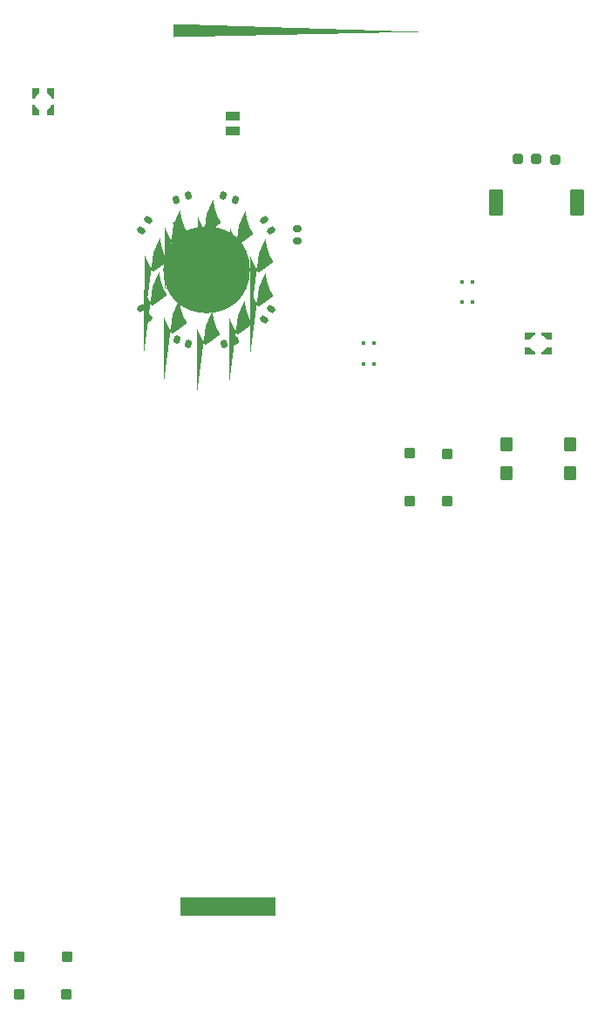
<source format=gts>
%TF.GenerationSoftware,KiCad,Pcbnew,9.0.3*%
%TF.CreationDate,2025-08-10T01:48:50+03:00*%
%TF.ProjectId,Right,52696768-742e-46b6-9963-61645f706362,rev?*%
%TF.SameCoordinates,Original*%
%TF.FileFunction,Soldermask,Top*%
%TF.FilePolarity,Negative*%
%FSLAX46Y46*%
G04 Gerber Fmt 4.6, Leading zero omitted, Abs format (unit mm)*
G04 Created by KiCad (PCBNEW 9.0.3) date 2025-08-10 01:48:50*
%MOMM*%
%LPD*%
G01*
G04 APERTURE LIST*
G04 Aperture macros list*
%AMRoundRect*
0 Rectangle with rounded corners*
0 $1 Rounding radius*
0 $2 $3 $4 $5 $6 $7 $8 $9 X,Y pos of 4 corners*
0 Add a 4 corners polygon primitive as box body*
4,1,4,$2,$3,$4,$5,$6,$7,$8,$9,$2,$3,0*
0 Add four circle primitives for the rounded corners*
1,1,$1+$1,$2,$3*
1,1,$1+$1,$4,$5*
1,1,$1+$1,$6,$7*
1,1,$1+$1,$8,$9*
0 Add four rect primitives between the rounded corners*
20,1,$1+$1,$2,$3,$4,$5,0*
20,1,$1+$1,$4,$5,$6,$7,0*
20,1,$1+$1,$6,$7,$8,$9,0*
20,1,$1+$1,$8,$9,$2,$3,0*%
%AMFreePoly0*
4,1,7,0.150000,0.330000,0.150000,-0.365000,-0.150000,-0.365000,-0.150000,0.330000,-0.050000,0.370000,0.050000,0.370000,0.150000,0.330000,0.150000,0.330000,$1*%
%AMFreePoly1*
4,1,7,0.150000,-0.275000,0.050000,-0.315000,-0.050000,-0.315000,-0.150000,-0.275000,-0.150000,0.300000,0.150000,0.300000,0.150000,-0.275000,0.150000,-0.275000,$1*%
%AMFreePoly2*
4,1,72,0.663536,1.453536,0.664990,1.450312,0.674986,1.290376,0.684974,1.180502,0.694961,1.090620,0.704950,1.010707,0.714943,0.940757,0.734918,0.820906,0.764878,0.671101,0.824807,0.431389,0.834743,0.401581,0.834851,0.401213,0.844807,0.361389,0.934706,0.091692,0.964677,0.011772,1.004608,-0.088058,1.034593,-0.158023,1.074525,-0.247870,1.184421,-0.467662,1.234361,-0.557554,
1.274329,-0.627498,1.334250,-0.727365,1.404218,-0.837317,1.405000,-0.840001,1.405000,-0.860000,1.403536,-0.863536,1.402936,-0.864047,-0.017064,-1.894047,-0.020786,-1.894938,-0.024047,-1.892936,-0.094096,-1.792867,-0.094218,-1.792684,-0.164258,-1.682620,-0.244258,-1.552620,-0.244341,-1.552480,-0.324341,-1.412481,-0.384389,-1.302394,-0.384472,-1.302236,-0.524472,-1.022236,-0.524569,-1.022031,
-0.564525,-0.932131,-0.574472,-0.912236,-0.574596,-0.911970,-0.634596,-0.771971,-0.634642,-0.771857,-0.694683,-0.621756,-0.724682,-0.541756,-0.784714,-0.371664,-0.824743,-0.251582,-0.824789,-0.251437,-0.854808,-0.151375,-0.894808,-0.011374,-0.894852,-0.011213,-0.954851,0.228787,-0.954893,0.228971,-0.994893,0.418970,-1.024932,0.579178,-1.044932,0.699179,-1.044950,0.699293,-1.054950,0.769293,
-1.074969,0.929448,-1.084969,1.019448,-1.084984,1.019585,-1.094983,1.139584,-1.104990,1.279688,-1.114990,1.439688,-1.115000,1.440000,-1.115000,1.450000,-1.113536,1.453535,-1.110000,1.455000,0.660000,1.455000,0.663536,1.453536,0.663536,1.453536,$1*%
%AMFreePoly3*
4,1,18,0.303536,0.288536,0.305000,0.285000,0.305000,-0.285000,0.303536,-0.288536,0.302883,-0.289085,0.133380,-0.408734,0.004109,-0.557891,-0.085642,-0.717451,-0.088652,-0.719815,-0.090000,-0.720000,-0.300000,-0.720000,-0.303536,-0.718536,-0.305000,-0.715000,-0.305000,0.285000,-0.303536,0.288536,-0.300000,0.290000,0.300000,0.290000,0.303536,0.288536,0.303536,0.288536,$1*%
%AMFreePoly4*
4,1,18,0.303536,0.283536,0.305000,0.280000,0.305000,-0.720000,0.303536,-0.723536,0.300125,-0.724998,0.100125,-0.729998,0.096554,-0.728623,0.095554,-0.727287,0.005843,-0.552850,-0.113359,-0.418746,-0.302896,-0.284076,-0.304930,-0.280834,-0.305000,-0.280000,-0.305000,0.280000,-0.303536,0.283536,-0.300000,0.285000,0.300000,0.285000,0.303536,0.283536,0.303536,0.283536,$1*%
G04 Aperture macros list end*
%ADD10C,0.100000*%
%ADD11RoundRect,0.120000X0.480000X0.580000X-0.480000X0.580000X-0.480000X-0.580000X0.480000X-0.580000X0*%
%ADD12RoundRect,0.138889X-0.361111X0.361111X-0.361111X-0.361111X0.361111X-0.361111X0.361111X0.361111X0*%
%ADD13FreePoly0,0.000000*%
%ADD14FreePoly1,0.000000*%
%ADD15RoundRect,0.100000X-0.100000X-0.100000X0.100000X-0.100000X0.100000X0.100000X-0.100000X0.100000X0*%
%ADD16RoundRect,0.150000X0.065404X0.284117X-0.219913X0.191412X-0.065404X-0.284117X0.219913X-0.191412X0*%
%ADD17RoundRect,0.150000X-0.223220X-0.187544X0.060436X-0.285215X0.223220X0.187544X-0.060436X0.285215X0*%
%ADD18RoundRect,0.150000X-0.290824X-0.020521X-0.118752X-0.266267X0.290824X0.020521X0.118752X0.266267X0*%
%ADD19RoundRect,0.150000X-0.060436X-0.285215X0.223220X-0.187544X0.060436X0.285215X-0.223220X0.187544X0*%
%ADD20FreePoly2,324.000000*%
%ADD21FreePoly2,288.000000*%
%ADD22FreePoly2,252.000000*%
%ADD23FreePoly2,216.000000*%
%ADD24FreePoly2,180.000000*%
%ADD25FreePoly2,144.000000*%
%ADD26FreePoly2,108.000000*%
%ADD27FreePoly2,72.000000*%
%ADD28FreePoly2,36.000000*%
%ADD29FreePoly2,0.000000*%
%ADD30C,0.858836*%
%ADD31C,8.420022*%
%ADD32RoundRect,0.150000X0.219913X0.191412X-0.065404X0.284117X-0.219913X-0.191412X0.065404X-0.284117X0*%
%ADD33RoundRect,0.080000X-0.620000X0.320000X-0.620000X-0.320000X0.620000X-0.320000X0.620000X0.320000X0*%
%ADD34RoundRect,0.150000X0.290422X0.025594X0.114086X0.268299X-0.290422X-0.025594X-0.114086X-0.268299X0*%
%ADD35FreePoly3,270.000000*%
%ADD36FreePoly4,90.000000*%
%ADD37FreePoly3,90.000000*%
%ADD38FreePoly4,270.000000*%
%ADD39RoundRect,0.150000X0.250000X-0.150000X0.250000X0.150000X-0.250000X0.150000X-0.250000X-0.150000X0*%
%ADD40RoundRect,0.140000X0.560000X1.160000X-0.560000X1.160000X-0.560000X-1.160000X0.560000X-1.160000X0*%
%ADD41RoundRect,0.178571X0.321429X0.321429X-0.321429X0.321429X-0.321429X-0.321429X0.321429X-0.321429X0*%
%ADD42RoundRect,0.150000X-0.114086X0.268299X-0.290422X0.025594X0.114086X-0.268299X0.290422X-0.025594X0*%
%ADD43FreePoly4,0.000000*%
%ADD44FreePoly3,0.000000*%
%ADD45FreePoly4,180.000000*%
%ADD46FreePoly3,180.000000*%
%ADD47RoundRect,0.150000X0.118752X-0.266267X0.290824X-0.020521X-0.118752X0.266267X-0.290824X0.020521X0*%
%ADD48RoundRect,0.138889X-0.361111X-0.361111X0.361111X-0.361111X0.361111X0.361111X-0.361111X0.361111X0*%
G04 APERTURE END LIST*
D10*
%TO.C,J1*%
X119580000Y-180420000D02*
X110480000Y-180420000D01*
X110480000Y-178720000D01*
X119580000Y-178720000D01*
X119580000Y-180420000D01*
G36*
X119580000Y-180420000D02*
G01*
X110480000Y-180420000D01*
X110480000Y-178720000D01*
X119580000Y-178720000D01*
X119580000Y-180420000D01*
G37*
%TD*%
D11*
%TO.C,SW6*%
X148340000Y-137570000D03*
X148340000Y-134780000D03*
X142110000Y-137550000D03*
X142110000Y-134790000D03*
%TD*%
D12*
%TO.C,SW3*%
X99435000Y-184435000D03*
X94825000Y-184455000D03*
X99415000Y-188075000D03*
X94825000Y-188115000D03*
%TD*%
D13*
%TO.C,J1*%
X110830000Y-179930000D03*
D14*
X111080000Y-179180000D03*
D13*
X111324118Y-179930000D03*
D14*
X111573750Y-179180000D03*
D13*
X111818235Y-179930000D03*
D14*
X112067500Y-179180000D03*
D13*
X112312353Y-179930000D03*
D14*
X112561250Y-179180000D03*
D13*
X112806471Y-179930000D03*
D14*
X113055000Y-179180000D03*
D13*
X113300588Y-179930000D03*
D14*
X113548750Y-179180000D03*
D13*
X113794706Y-179930000D03*
D14*
X114042500Y-179180000D03*
D13*
X114288824Y-179930000D03*
D14*
X114536250Y-179180000D03*
D13*
X114782941Y-179930000D03*
D14*
X115030000Y-179180000D03*
D13*
X115277059Y-179930000D03*
D14*
X115523750Y-179180000D03*
D13*
X115771176Y-179930000D03*
D14*
X116017500Y-179180000D03*
D13*
X116265294Y-179930000D03*
D14*
X116511250Y-179180000D03*
D13*
X116759412Y-179930000D03*
D14*
X117005000Y-179180000D03*
D13*
X117253529Y-179930000D03*
D14*
X117498750Y-179180000D03*
D13*
X117747647Y-179930000D03*
D14*
X117992500Y-179180000D03*
D13*
X118241765Y-179930000D03*
D14*
X118486250Y-179180000D03*
D13*
X118735882Y-179930000D03*
D14*
X118980000Y-179180000D03*
D13*
X119230000Y-179930000D03*
%TD*%
D15*
%TO.C,U1*%
X128250000Y-124950000D03*
X128250000Y-126950000D03*
X129250000Y-124950000D03*
X129250000Y-126950000D03*
%TD*%
D16*
%TO.C,R6*%
X115830634Y-124654590D03*
X114679856Y-125028500D03*
%TD*%
D17*
%TO.C,R3*%
X114652689Y-110644659D03*
X115796766Y-111038597D03*
%TD*%
D18*
%TO.C,R4*%
X118615854Y-113018509D03*
X119309882Y-114009683D03*
%TD*%
D19*
%TO.C,R2*%
X110052689Y-111065341D03*
X111196766Y-110671403D03*
%TD*%
D20*
%TO.C,SW1*%
X107820000Y-116120000D03*
D21*
X109790000Y-113440000D03*
D22*
X112980000Y-112430000D03*
D23*
X116140000Y-113480000D03*
D24*
X118080000Y-116180000D03*
D25*
X118060000Y-119520000D03*
D26*
X116080000Y-122200000D03*
D27*
X112910000Y-123210000D03*
D28*
X109740000Y-122160000D03*
D29*
X107800000Y-119450000D03*
D30*
X109310000Y-117820000D03*
D31*
X112970000Y-117830000D03*
%TD*%
D32*
%TO.C,R7*%
X111250634Y-124995410D03*
X110099856Y-124621500D03*
%TD*%
D33*
%TO.C,BT1*%
X115525000Y-102950000D03*
X115525000Y-104350000D03*
%TD*%
D15*
%TO.C,U2*%
X137800000Y-118975000D03*
X137800000Y-120975000D03*
X138800000Y-118975000D03*
X138800000Y-120975000D03*
%TD*%
D34*
%TO.C,R8*%
X107372671Y-122565410D03*
X106661451Y-121586500D03*
%TD*%
D35*
%TO.C,J5*%
X146285000Y-124265000D03*
D36*
X144155000Y-124265000D03*
D37*
X144155000Y-125725000D03*
D38*
X146285000Y-125725000D03*
%TD*%
D39*
%TO.C,F1*%
X121820000Y-115070000D03*
X121820000Y-113860000D03*
%TD*%
D40*
%TO.C,RV1*%
X148950000Y-111300000D03*
D41*
X146870000Y-107120000D03*
X145040000Y-107100000D03*
X143220000Y-107100000D03*
D40*
X141140000Y-111290000D03*
%TD*%
D42*
%TO.C,R5*%
X119312671Y-121644590D03*
X118601451Y-122623500D03*
%TD*%
D43*
%TO.C,J6*%
X97880000Y-100490000D03*
D44*
X96420000Y-100490000D03*
D45*
X96420000Y-102620000D03*
D46*
X97880000Y-102620000D03*
%TD*%
D47*
%TO.C,R1*%
X106655854Y-114001491D03*
X107349882Y-113010317D03*
%TD*%
D48*
%TO.C,SW4*%
X132700000Y-135650000D03*
X132720000Y-140260000D03*
X136340000Y-135670000D03*
X136380000Y-140260000D03*
%TD*%
M02*

</source>
